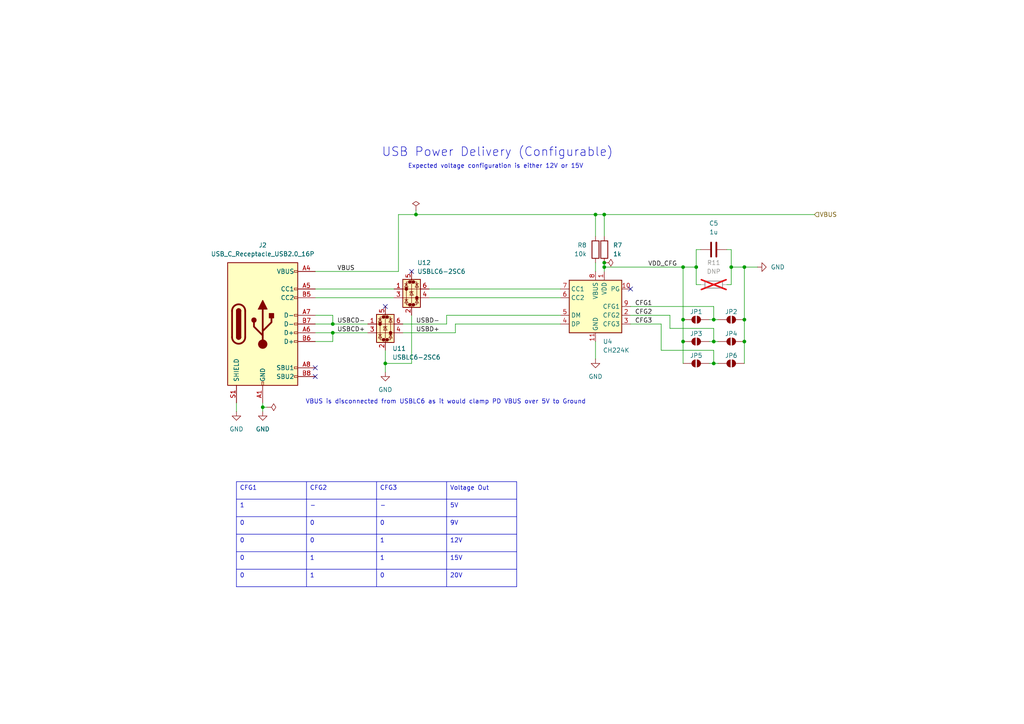
<source format=kicad_sch>
(kicad_sch (version 20250114) (generator "eeschema") (generator_version "9.0")
  (paper "A4")
  (title_block (title "FOCEars") (date "2025-12-05") (rev "A") (company "KaironSaber"))
  (lib_symbols
    (symbol "Connector:USB_C_Receptacle_USB2.0_16P" (pin_names (offset 1.016))
      (property "Reference" "J" (at 0 22.225 0))
      (property "Value" "USB_C_Receptacle_USB2.0_16P" (at 0 19.685 0))
      (symbol "USB_C_Receptacle_USB2.0_16P_0_0"
        (rectangle (start -0.254 -17.78) (end 0.254 -16.764))
        (rectangle (start 10.16 15.494) (end 9.144 14.986))
        (rectangle (start 10.16 10.414) (end 9.144 9.906))
        (rectangle (start 10.16 7.874) (end 9.144 7.366))
        (rectangle (start 10.16 2.794) (end 9.144 2.286))
        (rectangle (start 10.16 0.254) (end 9.144 -0.254))
        (rectangle (start 10.16 -2.286) (end 9.144 -2.794))
        (rectangle (start 10.16 -4.826) (end 9.144 -5.334))
        (rectangle (start 10.16 -12.446) (end 9.144 -12.954))
        (rectangle (start 10.16 -14.986) (end 9.144 -15.494))
      )
      (symbol "USB_C_Receptacle_USB2.0_16P_0_1"
        (rectangle (start -10.16 17.78) (end 10.16 -17.78) (stroke (width 0.254)) (fill (type background)))
        (polyline (pts (xy -8.89 -3.81) (xy -8.89 3.81)) (stroke (width 0.508)))
        (rectangle (start -7.62 -3.81) (end -6.35 3.81) (stroke (width 0.254)) (fill (type outline)))
        (arc (start -7.62 3.81) (mid -6.985 4.4423) (end -6.35 3.81) (stroke (width 0.254)))
        (arc (start -7.62 3.81) (mid -6.985 4.4423) (end -6.35 3.81) (stroke (width 0.254)) (fill (type outline)))
        (arc (start -8.89 3.81) (mid -6.985 5.7067) (end -5.08 3.81) (stroke (width 0.508)))
        (arc (start -5.08 -3.81) (mid -6.985 -5.7067) (end -8.89 -3.81) (stroke (width 0.508)))
        (arc (start -6.35 -3.81) (mid -6.985 -4.4423) (end -7.62 -3.81) (stroke (width 0.254)))
        (arc (start -6.35 -3.81) (mid -6.985 -4.4423) (end -7.62 -3.81) (stroke (width 0.254)) (fill (type outline)))
        (polyline (pts (xy -5.08 3.81) (xy -5.08 -3.81)) (stroke (width 0.508)))
        (circle (center -2.54 1.143) (radius 0.635) (stroke (width 0.254)) (fill (type outline)))
        (polyline (pts (xy -1.27 4.318) (xy 0 6.858) (xy 1.27 4.318) (xy -1.27 4.318)) (stroke (width 0.254)) (fill (type outline)))
        (polyline (pts (xy 0 -2.032) (xy 2.54 0.508) (xy 2.54 1.778)) (stroke (width 0.508)))
        (polyline (pts (xy 0 -3.302) (xy -2.54 -0.762) (xy -2.54 0.508)) (stroke (width 0.508)))
        (polyline (pts (xy 0 -5.842) (xy 0 4.318)) (stroke (width 0.508)))
        (circle (center 0 -5.842) (radius 1.27) (fill (type outline)))
        (rectangle (start 1.905 1.778) (end 3.175 3.048) (stroke (width 0.254)) (fill (type outline)))
      )
      (symbol "USB_C_Receptacle_USB2.0_16P_1_1"
        (pin passive line (at -7.62 -22.86 90) (length 5.08) (name "SHIELD") (number "S1"))
        (pin passive line (at 0 -22.86 90) (length 5.08) (name "GND") (number "A1"))
        (pin passive line (at 0 -22.86 90) (length 5.08) (hide yes) (name "GND") (number "A12"))
        (pin passive line (at 0 -22.86 90) (length 5.08) (hide yes) (name "GND") (number "B1"))
        (pin passive line (at 0 -22.86 90) (length 5.08) (hide yes) (name "GND") (number "B12"))
        (pin passive line (at 15.24 15.24 180) (length 5.08) (name "VBUS") (number "A4"))
        (pin passive line (at 15.24 15.24 180) (length 5.08) (hide yes) (name "VBUS") (number "A9"))
        (pin passive line (at 15.24 15.24 180) (length 5.08) (hide yes) (name "VBUS") (number "B4"))
        (pin passive line (at 15.24 15.24 180) (length 5.08) (hide yes) (name "VBUS") (number "B9"))
        (pin bidirectional line (at 15.24 10.16 180) (length 5.08) (name "CC1") (number "A5"))
        (pin bidirectional line (at 15.24 7.62 180) (length 5.08) (name "CC2") (number "B5"))
        (pin bidirectional line (at 15.24 2.54 180) (length 5.08) (name "D-") (number "A7"))
        (pin bidirectional line (at 15.24 0 180) (length 5.08) (name "D-") (number "B7"))
        (pin bidirectional line (at 15.24 -2.54 180) (length 5.08) (name "D+") (number "A6"))
        (pin bidirectional line (at 15.24 -5.08 180) (length 5.08) (name "D+") (number "B6"))
        (pin bidirectional line (at 15.24 -12.7 180) (length 5.08) (name "SBU1") (number "A8"))
        (pin bidirectional line (at 15.24 -15.24 180) (length 5.08) (name "SBU2") (number "B8"))
      )
    )
    (symbol "Device:C" (pin_numbers (hide yes)) (pin_names (offset 0.254))
      (property "Reference" "C" (at 0.635 2.54 0))
      (property "Value" "C" (at 0.635 -2.54 0))
      (symbol "C_0_1"
        (polyline (pts (xy -2.032 0.762) (xy 2.032 0.762)) (stroke (width 0.508)))
        (polyline (pts (xy -2.032 -0.762) (xy 2.032 -0.762)) (stroke (width 0.508)))
      )
      (symbol "C_1_1"
        (pin passive line (at 0 3.81 270) (length 2.794) (name "~") (number "1"))
        (pin passive line (at 0 -3.81 90) (length 2.794) (name "~") (number "2"))
      )
    )
    (symbol "Device:R" (pin_numbers (hide yes)) (pin_names (offset 0))
      (property "Reference" "R" (at 2.032 0 90))
      (property "Value" "R" (at 0 0 90))
      (symbol "R_0_1"
        (rectangle (start -1.016 -2.54) (end 1.016 2.54) (stroke (width 0.254)))
      )
      (symbol "R_1_1"
        (pin passive line (at 0 3.81 270) (length 1.27) (name "~") (number "1"))
        (pin passive line (at 0 -3.81 90) (length 1.27) (name "~") (number "2"))
      )
    )
    (symbol "Interface_USB:CH224K"
      (property "Reference" "U" (at -7.874 -8.89 0))
      (property "Value" "CH224K" (at 3.048 -8.89 0))
      (symbol "CH224K_1_1"
        (rectangle (start -7.62 7.62) (end 7.62 -7.62) (stroke (width 0.254)) (fill (type background)))
        (pin bidirectional line (at -10.16 5.08 0) (length 2.54) (name "CC1") (number "7"))
        (pin bidirectional line (at -10.16 2.54 0) (length 2.54) (name "CC2") (number "6"))
        (pin bidirectional line (at -10.16 -2.54 0) (length 2.54) (name "DM") (number "5"))
        (pin bidirectional line (at -10.16 -5.08 0) (length 2.54) (name "DP") (number "4"))
        (pin passive line (at 0 10.16 270) (length 2.54) (name "VBUS") (number "8"))
        (pin power_in line (at 0 -10.16 90) (length 2.54) (name "GND") (number "11"))
        (pin power_in line (at 2.54 10.16 270) (length 2.54) (name "VDD") (number "1"))
        (pin open_collector line (at 10.16 5.08 180) (length 2.54) (name "PG") (number "10"))
        (pin passive line (at 10.16 0 180) (length 2.54) (name "CFG1") (number "9"))
        (pin passive line (at 10.16 -2.54 180) (length 2.54) (name "CFG2") (number "2"))
        (pin passive line (at 10.16 -5.08 180) (length 2.54) (name "CFG3") (number "3"))
      )
    )
    (symbol "Jumper:SolderJumper_2_Open" (pin_numbers (hide yes)) (pin_names (offset 0) (hide yes)) (in_bom no)
      (property "Reference" "JP" (at 0 2.032 0))
      (property "Value" "SolderJumper_2_Open" (at 0 -2.54 0))
      (symbol "SolderJumper_2_Open_0_1"
        (polyline (pts (xy -0.254 1.016) (xy -0.254 -1.016)))
        (arc (start -0.254 -1.016) (mid -1.2656 0) (end -0.254 1.016))
        (arc (start -0.254 -1.016) (mid -1.2656 0) (end -0.254 1.016) (fill (type outline)))
        (arc (start 0.254 1.016) (mid 1.2656 0) (end 0.254 -1.016))
        (arc (start 0.254 1.016) (mid 1.2656 0) (end 0.254 -1.016) (fill (type outline)))
        (polyline (pts (xy 0.254 1.016) (xy 0.254 -1.016)))
      )
      (symbol "SolderJumper_2_Open_1_1"
        (pin passive line (at -3.81 0 0) (length 2.54) (name "A") (number "1"))
        (pin passive line (at 3.81 0 180) (length 2.54) (name "B") (number "2"))
      )
    )
    (symbol "Power_Protection:USBLC6-2SC6" (pin_names (hide yes))
      (property "Reference" "U" (at 0.635 5.715 0))
      (property "Value" "USBLC6-2SC6" (at 0.635 3.81 0))
      (symbol "USBLC6-2SC6_0_0"
        (circle (center -1.524 0) (radius 0.0001) (stroke (width 0.508)))
        (circle (center -0.508 2.032) (radius 0.0001) (stroke (width 0.508)))
        (circle (center -0.508 -4.572) (radius 0.0001) (stroke (width 0.508)))
        (circle (center 0.508 2.032) (radius 0.0001) (stroke (width 0.508)))
        (circle (center 0.508 -4.572) (radius 0.0001) (stroke (width 0.508)))
        (circle (center 1.524 -2.54) (radius 0.0001) (stroke (width 0.508)))
      )
      (symbol "USBLC6-2SC6_0_1"
        (polyline (pts (xy -2.54 0) (xy 2.54 0)))
        (polyline (pts (xy -2.54 -2.54) (xy 2.54 -2.54)))
        (polyline (pts (xy -2.032 0.508) (xy -1.016 0.508) (xy -1.524 1.524) (xy -2.032 0.508)))
        (polyline (pts (xy -2.032 -3.048) (xy -1.016 -3.048)))
        (polyline (pts (xy -1.016 1.524) (xy -2.032 1.524)))
        (polyline (pts (xy -1.016 -4.064) (xy -2.032 -4.064) (xy -1.524 -3.048) (xy -1.016 -4.064)))
        (polyline (pts (xy -0.508 -1.143) (xy -0.508 -0.762) (xy 0.508 -0.762)))
        (polyline (pts (xy 0 2.54) (xy -0.508 2.032) (xy 0.508 2.032) (xy 0 1.524) (xy 0 -4.064) (xy -0.508 -4.572) (xy 0.508 -4.572) (xy 0 -5.08)))
        (polyline (pts (xy 0.508 -1.778) (xy -0.508 -1.778) (xy 0 -0.762) (xy 0.508 -1.778)))
        (polyline (pts (xy 1.016 1.524) (xy 2.032 1.524)))
        (polyline (pts (xy 1.016 -3.048) (xy 2.032 -3.048)))
        (polyline (pts (xy 2.032 0.508) (xy 1.016 0.508) (xy 1.524 1.524) (xy 2.032 0.508)))
        (polyline (pts (xy 2.032 -4.064) (xy 1.016 -4.064) (xy 1.524 -3.048) (xy 2.032 -4.064)))
      )
      (symbol "USBLC6-2SC6_1_1"
        (rectangle (start -2.54 2.794) (end 2.54 -5.334) (stroke (width 0.254)) (fill (type background)))
        (polyline (pts (xy -0.508 2.032) (xy -1.524 2.032) (xy -1.524 -4.572) (xy -0.508 -4.572)))
        (polyline (pts (xy 0.508 -4.572) (xy 1.524 -4.572) (xy 1.524 2.032) (xy 0.508 2.032)))
        (pin passive line (at -5.08 0 0) (length 2.54) (name "I/O1") (number "1"))
        (pin passive line (at -5.08 -2.54 0) (length 2.54) (name "I/O2") (number "3"))
        (pin passive line (at 0 5.08 270) (length 2.54) (name "VBUS") (number "5"))
        (pin passive line (at 0 -7.62 90) (length 2.54) (name "GND") (number "2"))
        (pin passive line (at 5.08 0 180) (length 2.54) (name "I/O1") (number "6"))
        (pin passive line (at 5.08 -2.54 180) (length 2.54) (name "I/O2") (number "4"))
      )
    )
    (symbol "power:GND" (power) (pin_numbers (hide yes)) (pin_names (offset 0) (hide yes))
      (property "Value" "GND" (at 0 -3.81 0))
      (symbol "GND_0_1"
        (polyline (pts (xy 0 0) (xy 0 -1.27) (xy 1.27 -1.27) (xy 0 -2.54) (xy -1.27 -1.27) (xy 0 -1.27)))
      )
      (symbol "GND_1_1"
        (pin power_in line (at 0 0 270) (length 0) (name "~") (number "1"))
      )
    )
    (symbol "power:PWR_FLAG" (power) (pin_numbers (hide yes)) (pin_names (offset 0) (hide yes))
      (property "Value" "PWR_FLAG" (at 0 3.81 0))
      (symbol "PWR_FLAG_0_0"
        (pin power_out line (at 0 0 90) (length 0) (name "~") (number "1"))
      )
      (symbol "PWR_FLAG_0_1"
        (polyline (pts (xy 0 0) (xy 0 1.27) (xy -1.016 1.905) (xy 0 2.54) (xy 1.016 1.905) (xy 0 1.27)))
      )
    )
  )
  (text "VBUS is disconnected from USBLC6 as it would clamp PD VBUS over 5V to Ground" (at 129.286 116.586 0) (effects (font (size 1.27 1.27))))
  (text "USB Power Delivery (Configurable)\n" (at 144.272 44.196 0) (effects (font (size 2.54 2.54))))
  (text "Expected voltage configuration is either 12V or 15V" (at 143.764 48.26 0) (effects (font (size 1.27 1.27))))
  (junction (at 207.01 92.71))
  (junction (at 175.26 76.2))
  (junction (at 76.2 118.11))
  (junction (at 215.9 77.47))
  (junction (at 111.76 105.41))
  (junction (at 198.12 77.47))
  (junction (at 207.01 99.06))
  (junction (at 212.09 77.47))
  (junction (at 215.9 92.71))
  (junction (at 96.52 93.98))
  (junction (at 198.12 99.06))
  (junction (at 201.93 77.47))
  (junction (at 198.12 92.71))
  (junction (at 207.01 105.41))
  (junction (at 175.26 77.47))
  (junction (at 96.52 96.52))
  (junction (at 175.26 62.23))
  (junction (at 120.65 62.23))
  (junction (at 215.9 99.06))
  (junction (at 172.72 62.23))
  (no_connect (at 119.38 78.74))
  (no_connect (at 111.76 88.9))
  (no_connect (at 182.88 83.82))
  (no_connect (at 91.44 109.22))
  (no_connect (at 91.44 106.68))
  (wire (pts (xy 68.58 116.84) (xy 68.58 119.38)))
  (wire (pts (xy 182.88 91.44) (xy 194.31 91.44)))
  (wire (pts (xy 198.12 77.47) (xy 198.12 92.71)))
  (wire (pts (xy 115.57 62.23) (xy 115.57 78.74)))
  (wire (pts (xy 207.01 105.41) (xy 208.28 105.41)))
  (wire (pts (xy 175.26 62.23) (xy 172.72 62.23)))
  (wire (pts (xy 207.01 92.71) (xy 208.28 92.71)))
  (wire (pts (xy 96.52 99.06) (xy 96.52 96.52)))
  (wire (pts (xy 212.09 72.39) (xy 210.82 72.39)))
  (wire (pts (xy 120.65 62.23) (xy 172.72 62.23)))
  (wire (pts (xy 175.26 77.47) (xy 175.26 78.74)))
  (wire (pts (xy 201.93 82.55) (xy 203.2 82.55)))
  (wire (pts (xy 205.74 105.41) (xy 207.01 105.41)))
  (wire (pts (xy 215.9 77.47) (xy 215.9 92.71)))
  (wire (pts (xy 91.44 83.82) (xy 114.3 83.82)))
  (wire (pts (xy 91.44 91.44) (xy 96.52 91.44)))
  (wire (pts (xy 91.44 93.98) (xy 96.52 93.98)))
  (wire (pts (xy 172.72 62.23) (xy 172.72 68.58)))
  (wire (pts (xy 96.52 93.98) (xy 106.68 93.98)))
  (wire (pts (xy 212.09 77.47) (xy 215.9 77.47)))
  (wire (pts (xy 194.31 95.25) (xy 207.01 95.25)))
  (wire (pts (xy 207.01 99.06) (xy 208.28 99.06)))
  (wire (pts (xy 116.84 93.98) (xy 129.54 93.98)))
  (wire (pts (xy 132.08 93.98) (xy 132.08 96.52)))
  (wire (pts (xy 132.08 93.98) (xy 162.56 93.98)))
  (wire (pts (xy 201.93 77.47) (xy 201.93 82.55)))
  (wire (pts (xy 124.46 86.36) (xy 162.56 86.36)))
  (wire (pts (xy 96.52 93.98) (xy 96.52 91.44)))
  (wire (pts (xy 194.31 91.44) (xy 194.31 95.25)))
  (wire (pts (xy 96.52 96.52) (xy 106.68 96.52)))
  (wire (pts (xy 207.01 88.9) (xy 207.01 92.71)))
  (wire (pts (xy 205.74 99.06) (xy 207.01 99.06)))
  (wire (pts (xy 215.9 99.06) (xy 215.9 105.41)))
  (wire (pts (xy 207.01 101.6) (xy 207.01 105.41)))
  (wire (pts (xy 201.93 72.39) (xy 201.93 77.47)))
  (wire (pts (xy 119.38 91.44) (xy 119.38 105.41)))
  (wire (pts (xy 198.12 92.71) (xy 198.12 99.06)))
  (wire (pts (xy 198.12 99.06) (xy 198.12 105.41)))
  (wire (pts (xy 111.76 105.41) (xy 111.76 107.95)))
  (wire (pts (xy 119.38 105.41) (xy 111.76 105.41)))
  (wire (pts (xy 111.76 101.6) (xy 111.76 105.41)))
  (wire (pts (xy 76.2 118.11) (xy 77.47 118.11)))
  (wire (pts (xy 129.54 91.44) (xy 162.56 91.44)))
  (wire (pts (xy 207.01 95.25) (xy 207.01 99.06)))
  (wire (pts (xy 172.72 99.06) (xy 172.72 104.14)))
  (wire (pts (xy 175.26 68.58) (xy 175.26 62.23)))
  (wire (pts (xy 91.44 99.06) (xy 96.52 99.06)))
  (wire (pts (xy 129.54 93.98) (xy 129.54 91.44)))
  (wire (pts (xy 91.44 96.52) (xy 96.52 96.52)))
  (wire (pts (xy 120.65 60.96) (xy 120.65 62.23)))
  (wire (pts (xy 175.26 76.2) (xy 175.26 77.47)))
  (wire (pts (xy 175.26 77.47) (xy 198.12 77.47)))
  (wire (pts (xy 191.77 93.98) (xy 191.77 101.6)))
  (wire (pts (xy 198.12 77.47) (xy 201.93 77.47)))
  (wire (pts (xy 175.26 62.23) (xy 236.22 62.23)))
  (wire (pts (xy 215.9 77.47) (xy 219.71 77.47)))
  (wire (pts (xy 172.72 76.2) (xy 172.72 78.74)))
  (wire (pts (xy 124.46 83.82) (xy 162.56 83.82)))
  (wire (pts (xy 182.88 88.9) (xy 207.01 88.9)))
  (wire (pts (xy 120.65 62.23) (xy 115.57 62.23)))
  (wire (pts (xy 191.77 101.6) (xy 207.01 101.6)))
  (wire (pts (xy 76.2 116.84) (xy 76.2 118.11)))
  (wire (pts (xy 91.44 78.74) (xy 115.57 78.74)))
  (wire (pts (xy 201.93 72.39) (xy 203.2 72.39)))
  (wire (pts (xy 91.44 86.36) (xy 114.3 86.36)))
  (wire (pts (xy 215.9 92.71) (xy 215.9 99.06)))
  (wire (pts (xy 182.88 93.98) (xy 191.77 93.98)))
  (wire (pts (xy 76.2 118.11) (xy 76.2 119.38)))
  (wire (pts (xy 212.09 77.47) (xy 212.09 82.55)))
  (wire (pts (xy 212.09 72.39) (xy 212.09 77.47)))
  (wire (pts (xy 212.09 82.55) (xy 210.82 82.55)))
  (wire (pts (xy 205.74 92.71) (xy 207.01 92.71)))
  (wire (pts (xy 116.84 96.52) (xy 132.08 96.52)))
  (table (column_count 4) (border (external yes) (header yes)) (separators (rows yes) (cols yes)) (column_widths 20.32 20.32 20.32 20.32) (row_heights 5.08 5.08 5.08 5.08 5.08 5.08) (cells (table_cell "CFG1" (at 68.58 139.7 0) (size 20.32 5.08) (margins 0.9525 0.9525 0.9525 0.9525) (span 1 1)) (table_cell "CFG2" (at 88.9 139.7 0) (size 20.32 5.08) (margins 0.9525 0.9525 0.9525 0.9525) (span 1 1)) (table_cell "CFG3" (at 109.22 139.7 0) (size 20.32 5.08) (margins 0.9525 0.9525 0.9525 0.9525) (span 1 1)) (table_cell "Voltage Out" (at 129.54 139.7 0) (size 20.32 5.08) (margins 0.9525 0.9525 0.9525 0.9525) (span 1 1)) (table_cell "1" (at 68.58 144.78 0) (size 20.32 5.08) (margins 0.9525 0.9525 0.9525 0.9525) (span 1 1)) (table_cell "-" (at 88.9 144.78 0) (size 20.32 5.08) (margins 0.9525 0.9525 0.9525 0.9525) (span 1 1)) (table_cell "-" (at 109.22 144.78 0) (size 20.32 5.08) (margins 0.9525 0.9525 0.9525 0.9525) (span 1 1)) (table_cell "5V" (at 129.54 144.78 0) (size 20.32 5.08) (margins 0.9525 0.9525 0.9525 0.9525) (span 1 1)) (table_cell "0" (at 68.58 149.86 0) (size 20.32 5.08) (margins 0.9525 0.9525 0.9525 0.9525) (span 1 1)) (table_cell "0" (at 88.9 149.86 0) (size 20.32 5.08) (margins 0.9525 0.9525 0.9525 0.9525) (span 1 1)) (table_cell "0" (at 109.22 149.86 0) (size 20.32 5.08) (margins 0.9525 0.9525 0.9525 0.9525) (span 1 1)) (table_cell "9V" (at 129.54 149.86 0) (size 20.32 5.08) (margins 0.9525 0.9525 0.9525 0.9525) (span 1 1)) (table_cell "0" (at 68.58 154.94 0) (size 20.32 5.08) (margins 0.9525 0.9525 0.9525 0.9525) (span 1 1)) (table_cell "0" (at 88.9 154.94 0) (size 20.32 5.08) (margins 0.9525 0.9525 0.9525 0.9525) (span 1 1)) (table_cell "1" (at 109.22 154.94 0) (size 20.32 5.08) (margins 0.9525 0.9525 0.9525 0.9525) (span 1 1)) (table_cell "12V" (at 129.54 154.94 0) (size 20.32 5.08) (margins 0.9525 0.9525 0.9525 0.9525) (span 1 1)) (table_cell "0" (at 68.58 160.02 0) (size 20.32 5.08) (margins 0.9525 0.9525 0.9525 0.9525) (span 1 1)) (table_cell "1" (at 88.9 160.02 0) (size 20.32 5.08) (margins 0.9525 0.9525 0.9525 0.9525) (span 1 1)) (table_cell "1" (at 109.22 160.02 0) (size 20.32 5.08) (margins 0.9525 0.9525 0.9525 0.9525) (span 1 1)) (table_cell "15V" (at 129.54 160.02 0) (size 20.32 5.08) (margins 0.9525 0.9525 0.9525 0.9525) (span 1 1)) (table_cell "0" (at 68.58 165.1 0) (size 20.32 5.08) (margins 0.9525 0.9525 0.9525 0.9525) (span 1 1)) (table_cell "1" (at 88.9 165.1 0) (size 20.32 5.08) (margins 0.9525 0.9525 0.9525 0.9525) (span 1 1)) (table_cell "0" (at 109.22 165.1 0) (size 20.32 5.08) (margins 0.9525 0.9525 0.9525 0.9525) (span 1 1)) (table_cell "20V" (at 129.54 165.1 0) (size 20.32 5.08) (margins 0.9525 0.9525 0.9525 0.9525) (span 1 1))))
  (label "CFG2" (at 184.15 91.44 0))
  (label "CFG3" (at 184.15 93.98 0))
  (label "VBUS" (at 97.79 78.74 0))
  (label "USBCD-" (at 97.79 93.98 0))
  (label "USBD-" (at 120.65 93.98 0))
  (label "VDD_CFG" (at 187.96 77.47 0))
  (label "USBD+" (at 120.65 96.52 0))
  (label "USBCD+" (at 97.79 96.52 0))
  (label "CFG1" (at 184.15 88.9 0))
  (hierarchical_label "VBUS" (shape input) (at 236.22 62.23 0))
  (symbol (lib_id "power:GND") (at 68.58 119.38 0) (unit 1)
    (property "Reference" "#PWR010" (effects (hide yes)))
    (property "Value" "GND" (at 68.58 124.46 0))
    (property "Description" "Power symbol creates a global label with name \"GND\" , ground" (effects (hide yes)))
  )
  (symbol (lib_id "Jumper:SolderJumper_2_Open") (at 201.93 92.71 0) (unit 1) (in_bom no)
    (property "Reference" "JP1" (at 201.93 90.424 0))
    (property "Value" "SolderJumper_2_Open" (effects (hide yes)))
    (property "Footprint" "Jumper:SolderJumper-2_P1.3mm_Open_TrianglePad1.0x1.5mm" (effects (hide yes)))
    (property "Description" "Solder Jumper, 2-pole, open" (effects (hide yes)))
  )
  (symbol (lib_id "Jumper:SolderJumper_2_Open") (at 201.93 99.06 0) (unit 1) (in_bom no)
    (property "Reference" "JP3" (at 201.93 96.774 0))
    (property "Value" "SolderJumper_2_Open" (effects (hide yes)))
    (property "Footprint" "Jumper:SolderJumper-2_P1.3mm_Open_TrianglePad1.0x1.5mm" (effects (hide yes)))
    (property "Description" "Solder Jumper, 2-pole, open" (effects (hide yes)))
  )
  (symbol (lib_id "Device:R") (at 175.26 72.39 0) (unit 1)
    (property "Reference" "R7" (at 177.8 71.1199 0) (effects (justify left)))
    (property "Value" "1k" (at 177.8 73.6599 0) (effects (justify left)))
    (property "Footprint" "Resistor_SMD:R_0402_1005Metric" (effects (hide yes)))
    (property "Datasheet" "https://jlcpcb.com/partdetail/12256-0402WGF1001TCE/C11702" (effects (hide yes)))
    (property "Description" "Resistor" (effects (hide yes)))
    (property "LCSC Part" "C11702" (effects (hide yes)))
  )
  (symbol (lib_id "power:PWR_FLAG") (at 77.47 118.11 270) (unit 1)
    (property "Reference" "#FLG03" (effects (hide yes)))
    (property "Value" "PWR_FLAG" (effects (hide yes)))
    (property "Description" "Special symbol for telling ERC where power comes from" (effects (hide yes)))
  )
  (symbol (lib_id "Connector:USB_C_Receptacle_USB2.0_16P") (at 76.2 93.98 0) (unit 1)
    (property "Reference" "J2" (at 76.2 71.12 0))
    (property "Value" "USB_C_Receptacle_USB2.0_16P" (at 76.2 73.66 0))
    (property "Footprint" "Connector_USB:USB_C_Receptacle_GCT_USB4105-xx-A_16P_TopMnt_Horizontal" (effects (hide yes)))
    (property "Datasheet" "https://jlcpcb.com/partdetail/5849584-USB4105_GF_A120/C5184243" (effects (hide yes)))
    (property "Description" "USB 2.0-only 16P Type-C Receptacle connector" (effects (hide yes)))
    (property "LCSC Part" "C5184243" (effects (hide yes)))
  )
  (symbol (lib_id "power:PWR_FLAG") (at 120.65 60.96 0) (unit 1)
    (property "Reference" "#FLG04" (effects (hide yes)))
    (property "Value" "PWR_FLAG" (effects (hide yes)))
    (property "Description" "Special symbol for telling ERC where power comes from" (effects (hide yes)))
  )
  (symbol (lib_id "power:GND") (at 76.2 119.38 0) (unit 1)
    (property "Reference" "#PWR011" (effects (hide yes)))
    (property "Value" "GND" (at 76.2 124.46 0))
    (property "Description" "Power symbol creates a global label with name \"GND\" , ground" (effects (hide yes)))
  )
  (symbol (lib_id "Device:R") (at 172.72 72.39 0) (mirror y) (unit 1)
    (property "Reference" "R8" (at 170.18 71.1199 0) (effects (justify left)))
    (property "Value" "10k" (at 170.18 73.6599 0) (effects (justify left)))
    (property "Footprint" "Resistor_SMD:R_0402_1005Metric" (effects (hide yes)))
    (property "Datasheet" "https://jlcpcb.com/partdetail/26487-0402WGF1002TCE/C25744" (effects (hide yes)))
    (property "Description" "Resistor" (effects (hide yes)))
    (property "LCSC Part" "C25744" (effects (hide yes)))
  )
  (symbol (lib_id "power:PWR_FLAG") (at 175.26 76.2 270) (unit 1)
    (property "Reference" "#FLG06" (effects (hide yes)))
    (property "Value" "PWR_FLAG" (effects (hide yes)))
    (property "Description" "Special symbol for telling ERC where power comes from" (effects (hide yes)))
  )
  (symbol (lib_id "Power_Protection:USBLC6-2SC6") (at 119.38 83.82 0) (unit 1)
    (property "Reference" "U12" (at 121.0311 76.2 0) (effects (justify left)))
    (property "Value" "USBLC6-2SC6" (at 121.0311 78.74 0) (effects (justify left)))
    (property "Footprint" "Package_TO_SOT_SMD:SOT-23-6" (effects (hide yes)))
    (property "Datasheet" "https://www.st.com/resource/en/datasheet/usblc6-2.pdf" (effects (hide yes)))
    (property "Description" "Very low capacitance ESD protection diode, 2 data-line, SOT-23-6" (effects (hide yes)))
    (property "LCSC Part" "C7519" (effects (hide yes)))
  )
  (symbol (lib_id "Device:R") (at 207.01 82.55 90) (unit 1) (in_bom no) (dnp yes)
    (property "Reference" "R11" (at 207.01 76.2 90))
    (property "Value" "DNP" (at 207.01 78.74 90))
    (property "Footprint" "Resistor_SMD:R_0402_1005Metric" (effects (hide yes)))
    (property "Datasheet" "https://jlcpcb.com/partdetail/12256-0402WGF1001TCE/C11702" (effects (hide yes)))
    (property "Description" "Resistor" (effects (hide yes)))
  )
  (symbol (lib_id "power:GND") (at 172.72 104.14 0) (unit 1)
    (property "Reference" "#PWR013" (effects (hide yes)))
    (property "Value" "GND" (at 172.72 109.22 0))
    (property "Description" "Power symbol creates a global label with name \"GND\" , ground" (effects (hide yes)))
  )
  (symbol (lib_id "Device:C") (at 207.01 72.39 90) (unit 1)
    (property "Reference" "C5" (at 207.01 64.77 90))
    (property "Value" "1u" (at 207.01 67.31 90))
    (property "Footprint" "Capacitor_SMD:C_0402_1005Metric" (effects (hide yes)))
    (property "Datasheet" "https://jlcpcb.com/partdetail/53938-CL05A105KA5NQNC/C52923" (effects (hide yes)))
    (property "Description" "Unpolarized capacitor" (effects (hide yes)))
    (property "LCSC Part" "C52923" (effects (hide yes)))
  )
  (symbol (lib_id "Jumper:SolderJumper_2_Open") (at 212.09 92.71 0) (unit 1) (in_bom no)
    (property "Reference" "JP2" (at 212.09 90.424 0))
    (property "Value" "SolderJumper_2_Open" (effects (hide yes)))
    (property "Footprint" "Jumper:SolderJumper-2_P1.3mm_Open_TrianglePad1.0x1.5mm" (effects (hide yes)))
    (property "Description" "Solder Jumper, 2-pole, open" (effects (hide yes)))
  )
  (symbol (lib_id "Power_Protection:USBLC6-2SC6") (at 111.76 93.98 0) (unit 1)
    (property "Reference" "U11" (at 113.792 101.092 0) (effects (justify left)))
    (property "Value" "USBLC6-2SC6" (at 113.792 103.632 0) (effects (justify left)))
    (property "Footprint" "Package_TO_SOT_SMD:SOT-23-6" (effects (hide yes)))
    (property "Datasheet" "https://www.st.com/resource/en/datasheet/usblc6-2.pdf" (effects (hide yes)))
    (property "Description" "Very low capacitance ESD protection diode, 2 data-line, SOT-23-6" (effects (hide yes)))
    (property "LCSC Part" "C7519" (effects (hide yes)))
  )
  (symbol (lib_id "Jumper:SolderJumper_2_Open") (at 212.09 105.41 0) (unit 1) (in_bom no)
    (property "Reference" "JP6" (at 212.09 103.124 0))
    (property "Value" "SolderJumper_2_Open" (effects (hide yes)))
    (property "Footprint" "Jumper:SolderJumper-2_P1.3mm_Open_TrianglePad1.0x1.5mm" (effects (hide yes)))
    (property "Description" "Solder Jumper, 2-pole, open" (effects (hide yes)))
  )
  (symbol (lib_id "Interface_USB:CH224K") (at 172.72 88.9 0) (unit 1)
    (property "Reference" "U4" (at 174.8633 99.06 0) (effects (justify left)))
    (property "Value" "CH224K" (at 174.8633 101.6 0) (effects (justify left)))
    (property "Footprint" "Package_SO:SSOP-10-1EP_3.9x4.9mm_P1mm_EP2.1x3.3mm" (effects (hide yes)))
    (property "Datasheet" "https://www.wch.cn/downloads/file/301.html" (effects (hide yes)))
    (property "Description" "100W USB Type-C PD3.0/2.0, BC1.2 Sink Controller, SSOP-10" (effects (hide yes)))
    (property "LCSC Part" "C970725" (effects (hide yes)))
  )
  (symbol (lib_id "power:GND") (at 111.76 107.95 0) (unit 1)
    (property "Reference" "#PWR014" (effects (hide yes)))
    (property "Value" "GND" (at 111.76 113.03 0))
    (property "Description" "Power symbol creates a global label with name \"GND\" , ground" (effects (hide yes)))
  )
  (symbol (lib_id "power:GND") (at 219.71 77.47 90) (unit 1)
    (property "Reference" "#PWR012" (effects (hide yes)))
    (property "Value" "GND" (at 223.52 77.4699 90) (effects (justify right)))
    (property "Description" "Power symbol creates a global label with name \"GND\" , ground" (effects (hide yes)))
  )
  (symbol (lib_id "Jumper:SolderJumper_2_Open") (at 201.93 105.41 0) (unit 1) (in_bom no)
    (property "Reference" "JP5" (at 201.93 103.124 0))
    (property "Value" "SolderJumper_2_Open" (effects (hide yes)))
    (property "Footprint" "Jumper:SolderJumper-2_P1.3mm_Open_TrianglePad1.0x1.5mm" (effects (hide yes)))
    (property "Description" "Solder Jumper, 2-pole, open" (effects (hide yes)))
  )
  (symbol (lib_id "Jumper:SolderJumper_2_Open") (at 212.09 99.06 0) (unit 1) (in_bom no)
    (property "Reference" "JP4" (at 212.09 96.774 0))
    (property "Value" "SolderJumper_2_Open" (effects (hide yes)))
    (property "Footprint" "Jumper:SolderJumper-2_P1.3mm_Open_TrianglePad1.0x1.5mm" (effects (hide yes)))
    (property "Description" "Solder Jumper, 2-pole, open" (effects (hide yes)))
  )
)
</source>
